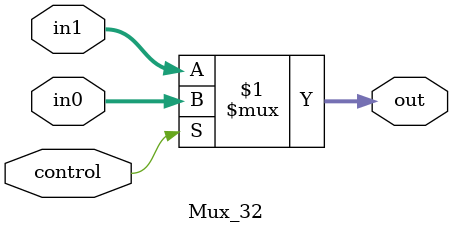
<source format=v>
`timescale 1ns / 1ps

module Mux_32 (in0,in1,control,out);
    input [31:0] in0;
    input [31:0] in1;
    input control;
    output [31:0] out;

    assign out=control?in0:in1;    

endmodule //Mux_32
</source>
